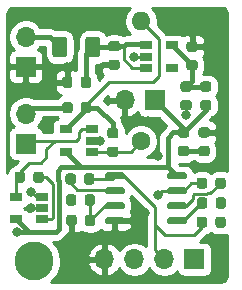
<source format=gbr>
%TF.GenerationSoftware,KiCad,Pcbnew,(5.1.6)-1*%
%TF.CreationDate,2020-11-25T11:03:50+08:00*%
%TF.ProjectId,BCG_Piezo_Integrated_V1.0,4243475f-5069-4657-9a6f-5f496e746567,rev?*%
%TF.SameCoordinates,Original*%
%TF.FileFunction,Copper,L1,Top*%
%TF.FilePolarity,Positive*%
%FSLAX46Y46*%
G04 Gerber Fmt 4.6, Leading zero omitted, Abs format (unit mm)*
G04 Created by KiCad (PCBNEW (5.1.6)-1) date 2020-11-25 11:03:50*
%MOMM*%
%LPD*%
G01*
G04 APERTURE LIST*
%TA.AperFunction,ComponentPad*%
%ADD10O,1.600000X1.600000*%
%TD*%
%TA.AperFunction,ComponentPad*%
%ADD11C,1.600000*%
%TD*%
%TA.AperFunction,SMDPad,CuDef*%
%ADD12R,1.060000X0.650000*%
%TD*%
%TA.AperFunction,ComponentPad*%
%ADD13O,1.700000X1.700000*%
%TD*%
%TA.AperFunction,ComponentPad*%
%ADD14R,1.700000X1.700000*%
%TD*%
%TA.AperFunction,ViaPad*%
%ADD15C,3.300000*%
%TD*%
%TA.AperFunction,ViaPad*%
%ADD16C,0.800000*%
%TD*%
%TA.AperFunction,Conductor*%
%ADD17C,0.254000*%
%TD*%
%TA.AperFunction,Conductor*%
%ADD18C,0.381000*%
%TD*%
G04 APERTURE END LIST*
D10*
%TO.P,R13,2*%
%TO.N,Net-(C7-Pad2)*%
X171069000Y-130911600D03*
D11*
%TO.P,R13,1*%
%TO.N,/charge_out*%
X171069000Y-141071600D03*
%TD*%
D12*
%TO.P,U4,5*%
%TO.N,+3V3*%
X164685800Y-141970800D03*
%TO.P,U4,4*%
%TO.N,Net-(C7-Pad2)*%
X164685800Y-140070800D03*
%TO.P,U4,3*%
%TO.N,+1V5*%
X166885800Y-140070800D03*
%TO.P,U4,2*%
%TO.N,GND*%
X166885800Y-141020800D03*
%TO.P,U4,1*%
%TO.N,/charge_out*%
X166885800Y-141970800D03*
%TD*%
%TO.P,U2,5*%
%TO.N,+3V3*%
X160487000Y-147696000D03*
%TO.P,U2,4*%
%TO.N,+1V5*%
X160487000Y-145796000D03*
%TO.P,U2,3*%
%TO.N,Net-(R1-Pad1)*%
X162687000Y-145796000D03*
%TO.P,U2,2*%
%TO.N,GND*%
X162687000Y-146746000D03*
%TO.P,U2,1*%
%TO.N,Net-(R3-Pad2)*%
X162687000Y-147696000D03*
%TD*%
%TO.P,U1,5*%
%TO.N,Net-(C3-Pad1)*%
X173726200Y-132958800D03*
%TO.P,U1,4*%
%TO.N,Net-(U1-Pad4)*%
X173726200Y-134858800D03*
%TO.P,U1,3*%
%TO.N,+BATT*%
X171526200Y-134858800D03*
%TO.P,U1,2*%
%TO.N,GND*%
X171526200Y-133908800D03*
%TO.P,U1,1*%
%TO.N,+BATT*%
X171526200Y-132958800D03*
%TD*%
%TO.P,R8,2*%
%TO.N,/piezoP*%
%TA.AperFunction,SMDPad,CuDef*%
G36*
G01*
X165283400Y-137970550D02*
X165283400Y-138483050D01*
G75*
G02*
X165064650Y-138701800I-218750J0D01*
G01*
X164627150Y-138701800D01*
G75*
G02*
X164408400Y-138483050I0J218750D01*
G01*
X164408400Y-137970550D01*
G75*
G02*
X164627150Y-137751800I218750J0D01*
G01*
X165064650Y-137751800D01*
G75*
G02*
X165283400Y-137970550I0J-218750D01*
G01*
G37*
%TD.AperFunction*%
%TO.P,R8,1*%
%TO.N,Net-(C7-Pad2)*%
%TA.AperFunction,SMDPad,CuDef*%
G36*
G01*
X166858400Y-137970550D02*
X166858400Y-138483050D01*
G75*
G02*
X166639650Y-138701800I-218750J0D01*
G01*
X166202150Y-138701800D01*
G75*
G02*
X165983400Y-138483050I0J218750D01*
G01*
X165983400Y-137970550D01*
G75*
G02*
X166202150Y-137751800I218750J0D01*
G01*
X166639650Y-137751800D01*
G75*
G02*
X166858400Y-137970550I0J-218750D01*
G01*
G37*
%TD.AperFunction*%
%TD*%
%TO.P,R3,2*%
%TO.N,Net-(R3-Pad2)*%
%TA.AperFunction,SMDPad,CuDef*%
G36*
G01*
X161944700Y-144375850D02*
X161944700Y-143863350D01*
G75*
G02*
X162163450Y-143644600I218750J0D01*
G01*
X162600950Y-143644600D01*
G75*
G02*
X162819700Y-143863350I0J-218750D01*
G01*
X162819700Y-144375850D01*
G75*
G02*
X162600950Y-144594600I-218750J0D01*
G01*
X162163450Y-144594600D01*
G75*
G02*
X161944700Y-144375850I0J218750D01*
G01*
G37*
%TD.AperFunction*%
%TO.P,R3,1*%
%TO.N,+1V5*%
%TA.AperFunction,SMDPad,CuDef*%
G36*
G01*
X160369700Y-144375850D02*
X160369700Y-143863350D01*
G75*
G02*
X160588450Y-143644600I218750J0D01*
G01*
X161025950Y-143644600D01*
G75*
G02*
X161244700Y-143863350I0J-218750D01*
G01*
X161244700Y-144375850D01*
G75*
G02*
X161025950Y-144594600I-218750J0D01*
G01*
X160588450Y-144594600D01*
G75*
G02*
X160369700Y-144375850I0J218750D01*
G01*
G37*
%TD.AperFunction*%
%TD*%
D13*
%TO.P,J3,2*%
%TO.N,/piezoP*%
X161315400Y-138734800D03*
D14*
%TO.P,J3,1*%
%TO.N,+1V5*%
X161315400Y-141274800D03*
%TD*%
D13*
%TO.P,J1,2*%
%TO.N,Net-(F1-Pad2)*%
X161315400Y-132232400D03*
D14*
%TO.P,J1,1*%
%TO.N,GND*%
X161315400Y-134772400D03*
%TD*%
%TO.P,F1,2*%
%TO.N,Net-(F1-Pad2)*%
%TA.AperFunction,SMDPad,CuDef*%
G36*
G01*
X164807600Y-132471000D02*
X164807600Y-133721000D01*
G75*
G02*
X164557600Y-133971000I-250000J0D01*
G01*
X163807600Y-133971000D01*
G75*
G02*
X163557600Y-133721000I0J250000D01*
G01*
X163557600Y-132471000D01*
G75*
G02*
X163807600Y-132221000I250000J0D01*
G01*
X164557600Y-132221000D01*
G75*
G02*
X164807600Y-132471000I0J-250000D01*
G01*
G37*
%TD.AperFunction*%
%TO.P,F1,1*%
%TO.N,+BATT*%
%TA.AperFunction,SMDPad,CuDef*%
G36*
G01*
X167607600Y-132471000D02*
X167607600Y-133721000D01*
G75*
G02*
X167357600Y-133971000I-250000J0D01*
G01*
X166607600Y-133971000D01*
G75*
G02*
X166357600Y-133721000I0J250000D01*
G01*
X166357600Y-132471000D01*
G75*
G02*
X166607600Y-132221000I250000J0D01*
G01*
X167357600Y-132221000D01*
G75*
G02*
X167607600Y-132471000I0J-250000D01*
G01*
G37*
%TD.AperFunction*%
%TD*%
%TO.P,C7,2*%
%TO.N,Net-(C7-Pad2)*%
%TA.AperFunction,SMDPad,CuDef*%
G36*
G01*
X168937650Y-140823200D02*
X168425150Y-140823200D01*
G75*
G02*
X168206400Y-140604450I0J218750D01*
G01*
X168206400Y-140166950D01*
G75*
G02*
X168425150Y-139948200I218750J0D01*
G01*
X168937650Y-139948200D01*
G75*
G02*
X169156400Y-140166950I0J-218750D01*
G01*
X169156400Y-140604450D01*
G75*
G02*
X168937650Y-140823200I-218750J0D01*
G01*
G37*
%TD.AperFunction*%
%TO.P,C7,1*%
%TO.N,/charge_out*%
%TA.AperFunction,SMDPad,CuDef*%
G36*
G01*
X168937650Y-142398200D02*
X168425150Y-142398200D01*
G75*
G02*
X168206400Y-142179450I0J218750D01*
G01*
X168206400Y-141741950D01*
G75*
G02*
X168425150Y-141523200I218750J0D01*
G01*
X168937650Y-141523200D01*
G75*
G02*
X169156400Y-141741950I0J-218750D01*
G01*
X169156400Y-142179450D01*
G75*
G02*
X168937650Y-142398200I-218750J0D01*
G01*
G37*
%TD.AperFunction*%
%TD*%
%TO.P,C4,2*%
%TO.N,GND*%
%TA.AperFunction,SMDPad,CuDef*%
G36*
G01*
X175643250Y-133508000D02*
X175130750Y-133508000D01*
G75*
G02*
X174912000Y-133289250I0J218750D01*
G01*
X174912000Y-132851750D01*
G75*
G02*
X175130750Y-132633000I218750J0D01*
G01*
X175643250Y-132633000D01*
G75*
G02*
X175862000Y-132851750I0J-218750D01*
G01*
X175862000Y-133289250D01*
G75*
G02*
X175643250Y-133508000I-218750J0D01*
G01*
G37*
%TD.AperFunction*%
%TO.P,C4,1*%
%TO.N,Net-(C3-Pad1)*%
%TA.AperFunction,SMDPad,CuDef*%
G36*
G01*
X175643250Y-135083000D02*
X175130750Y-135083000D01*
G75*
G02*
X174912000Y-134864250I0J218750D01*
G01*
X174912000Y-134426750D01*
G75*
G02*
X175130750Y-134208000I218750J0D01*
G01*
X175643250Y-134208000D01*
G75*
G02*
X175862000Y-134426750I0J-218750D01*
G01*
X175862000Y-134864250D01*
G75*
G02*
X175643250Y-135083000I-218750J0D01*
G01*
G37*
%TD.AperFunction*%
%TD*%
%TO.P,C3,2*%
%TO.N,GND*%
%TA.AperFunction,SMDPad,CuDef*%
G36*
G01*
X174622750Y-137586100D02*
X175135250Y-137586100D01*
G75*
G02*
X175354000Y-137804850I0J-218750D01*
G01*
X175354000Y-138242350D01*
G75*
G02*
X175135250Y-138461100I-218750J0D01*
G01*
X174622750Y-138461100D01*
G75*
G02*
X174404000Y-138242350I0J218750D01*
G01*
X174404000Y-137804850D01*
G75*
G02*
X174622750Y-137586100I218750J0D01*
G01*
G37*
%TD.AperFunction*%
%TO.P,C3,1*%
%TO.N,Net-(C3-Pad1)*%
%TA.AperFunction,SMDPad,CuDef*%
G36*
G01*
X174622750Y-136011100D02*
X175135250Y-136011100D01*
G75*
G02*
X175354000Y-136229850I0J-218750D01*
G01*
X175354000Y-136667350D01*
G75*
G02*
X175135250Y-136886100I-218750J0D01*
G01*
X174622750Y-136886100D01*
G75*
G02*
X174404000Y-136667350I0J218750D01*
G01*
X174404000Y-136229850D01*
G75*
G02*
X174622750Y-136011100I218750J0D01*
G01*
G37*
%TD.AperFunction*%
%TD*%
%TO.P,C2,2*%
%TO.N,GND*%
%TA.AperFunction,SMDPad,CuDef*%
G36*
G01*
X168526750Y-134157200D02*
X169039250Y-134157200D01*
G75*
G02*
X169258000Y-134375950I0J-218750D01*
G01*
X169258000Y-134813450D01*
G75*
G02*
X169039250Y-135032200I-218750J0D01*
G01*
X168526750Y-135032200D01*
G75*
G02*
X168308000Y-134813450I0J218750D01*
G01*
X168308000Y-134375950D01*
G75*
G02*
X168526750Y-134157200I218750J0D01*
G01*
G37*
%TD.AperFunction*%
%TO.P,C2,1*%
%TO.N,+BATT*%
%TA.AperFunction,SMDPad,CuDef*%
G36*
G01*
X168526750Y-132582200D02*
X169039250Y-132582200D01*
G75*
G02*
X169258000Y-132800950I0J-218750D01*
G01*
X169258000Y-133238450D01*
G75*
G02*
X169039250Y-133457200I-218750J0D01*
G01*
X168526750Y-133457200D01*
G75*
G02*
X168308000Y-133238450I0J218750D01*
G01*
X168308000Y-132800950D01*
G75*
G02*
X168526750Y-132582200I218750J0D01*
G01*
G37*
%TD.AperFunction*%
%TD*%
%TO.P,C1,2*%
%TO.N,GND*%
%TA.AperFunction,SMDPad,CuDef*%
G36*
G01*
X165258100Y-135836950D02*
X165258100Y-136349450D01*
G75*
G02*
X165039350Y-136568200I-218750J0D01*
G01*
X164601850Y-136568200D01*
G75*
G02*
X164383100Y-136349450I0J218750D01*
G01*
X164383100Y-135836950D01*
G75*
G02*
X164601850Y-135618200I218750J0D01*
G01*
X165039350Y-135618200D01*
G75*
G02*
X165258100Y-135836950I0J-218750D01*
G01*
G37*
%TD.AperFunction*%
%TO.P,C1,1*%
%TO.N,+BATT*%
%TA.AperFunction,SMDPad,CuDef*%
G36*
G01*
X166833100Y-135836950D02*
X166833100Y-136349450D01*
G75*
G02*
X166614350Y-136568200I-218750J0D01*
G01*
X166176850Y-136568200D01*
G75*
G02*
X165958100Y-136349450I0J218750D01*
G01*
X165958100Y-135836950D01*
G75*
G02*
X166176850Y-135618200I218750J0D01*
G01*
X166614350Y-135618200D01*
G75*
G02*
X166833100Y-135836950I0J-218750D01*
G01*
G37*
%TD.AperFunction*%
%TD*%
%TO.P,U3,8*%
%TO.N,+3V3*%
%TA.AperFunction,SMDPad,CuDef*%
G36*
G01*
X173275400Y-144142600D02*
X173275400Y-143842600D01*
G75*
G02*
X173425400Y-143692600I150000J0D01*
G01*
X174775400Y-143692600D01*
G75*
G02*
X174925400Y-143842600I0J-150000D01*
G01*
X174925400Y-144142600D01*
G75*
G02*
X174775400Y-144292600I-150000J0D01*
G01*
X173425400Y-144292600D01*
G75*
G02*
X173275400Y-144142600I0J150000D01*
G01*
G37*
%TD.AperFunction*%
%TO.P,U3,7*%
%TO.N,/out*%
%TA.AperFunction,SMDPad,CuDef*%
G36*
G01*
X173275400Y-145412600D02*
X173275400Y-145112600D01*
G75*
G02*
X173425400Y-144962600I150000J0D01*
G01*
X174775400Y-144962600D01*
G75*
G02*
X174925400Y-145112600I0J-150000D01*
G01*
X174925400Y-145412600D01*
G75*
G02*
X174775400Y-145562600I-150000J0D01*
G01*
X173425400Y-145562600D01*
G75*
G02*
X173275400Y-145412600I0J150000D01*
G01*
G37*
%TD.AperFunction*%
%TO.P,U3,6*%
%TO.N,Net-(R12-Pad1)*%
%TA.AperFunction,SMDPad,CuDef*%
G36*
G01*
X173275400Y-146682600D02*
X173275400Y-146382600D01*
G75*
G02*
X173425400Y-146232600I150000J0D01*
G01*
X174775400Y-146232600D01*
G75*
G02*
X174925400Y-146382600I0J-150000D01*
G01*
X174925400Y-146682600D01*
G75*
G02*
X174775400Y-146832600I-150000J0D01*
G01*
X173425400Y-146832600D01*
G75*
G02*
X173275400Y-146682600I0J150000D01*
G01*
G37*
%TD.AperFunction*%
%TO.P,U3,5*%
%TO.N,Net-(C6-Pad2)*%
%TA.AperFunction,SMDPad,CuDef*%
G36*
G01*
X173275400Y-147952600D02*
X173275400Y-147652600D01*
G75*
G02*
X173425400Y-147502600I150000J0D01*
G01*
X174775400Y-147502600D01*
G75*
G02*
X174925400Y-147652600I0J-150000D01*
G01*
X174925400Y-147952600D01*
G75*
G02*
X174775400Y-148102600I-150000J0D01*
G01*
X173425400Y-148102600D01*
G75*
G02*
X173275400Y-147952600I0J150000D01*
G01*
G37*
%TD.AperFunction*%
%TO.P,U3,4*%
%TO.N,GND*%
%TA.AperFunction,SMDPad,CuDef*%
G36*
G01*
X168025400Y-147952600D02*
X168025400Y-147652600D01*
G75*
G02*
X168175400Y-147502600I150000J0D01*
G01*
X169525400Y-147502600D01*
G75*
G02*
X169675400Y-147652600I0J-150000D01*
G01*
X169675400Y-147952600D01*
G75*
G02*
X169525400Y-148102600I-150000J0D01*
G01*
X168175400Y-148102600D01*
G75*
G02*
X168025400Y-147952600I0J150000D01*
G01*
G37*
%TD.AperFunction*%
%TO.P,U3,3*%
%TO.N,Net-(C5-Pad2)*%
%TA.AperFunction,SMDPad,CuDef*%
G36*
G01*
X168025400Y-146682600D02*
X168025400Y-146382600D01*
G75*
G02*
X168175400Y-146232600I150000J0D01*
G01*
X169525400Y-146232600D01*
G75*
G02*
X169675400Y-146382600I0J-150000D01*
G01*
X169675400Y-146682600D01*
G75*
G02*
X169525400Y-146832600I-150000J0D01*
G01*
X168175400Y-146832600D01*
G75*
G02*
X168025400Y-146682600I0J150000D01*
G01*
G37*
%TD.AperFunction*%
%TO.P,U3,2*%
%TO.N,Net-(R11-Pad1)*%
%TA.AperFunction,SMDPad,CuDef*%
G36*
G01*
X168025400Y-145412600D02*
X168025400Y-145112600D01*
G75*
G02*
X168175400Y-144962600I150000J0D01*
G01*
X169525400Y-144962600D01*
G75*
G02*
X169675400Y-145112600I0J-150000D01*
G01*
X169675400Y-145412600D01*
G75*
G02*
X169525400Y-145562600I-150000J0D01*
G01*
X168175400Y-145562600D01*
G75*
G02*
X168025400Y-145412600I0J150000D01*
G01*
G37*
%TD.AperFunction*%
%TO.P,U3,1*%
%TO.N,/filtered_out*%
%TA.AperFunction,SMDPad,CuDef*%
G36*
G01*
X168025400Y-144142600D02*
X168025400Y-143842600D01*
G75*
G02*
X168175400Y-143692600I150000J0D01*
G01*
X169525400Y-143692600D01*
G75*
G02*
X169675400Y-143842600I0J-150000D01*
G01*
X169675400Y-144142600D01*
G75*
G02*
X169525400Y-144292600I-150000J0D01*
G01*
X168175400Y-144292600D01*
G75*
G02*
X168025400Y-144142600I0J150000D01*
G01*
G37*
%TD.AperFunction*%
%TD*%
%TO.P,R15,2*%
%TO.N,Net-(R12-Pad1)*%
%TA.AperFunction,SMDPad,CuDef*%
G36*
G01*
X177362600Y-144883850D02*
X177362600Y-144371350D01*
G75*
G02*
X177581350Y-144152600I218750J0D01*
G01*
X178018850Y-144152600D01*
G75*
G02*
X178237600Y-144371350I0J-218750D01*
G01*
X178237600Y-144883850D01*
G75*
G02*
X178018850Y-145102600I-218750J0D01*
G01*
X177581350Y-145102600D01*
G75*
G02*
X177362600Y-144883850I0J218750D01*
G01*
G37*
%TD.AperFunction*%
%TO.P,R15,1*%
%TO.N,/out*%
%TA.AperFunction,SMDPad,CuDef*%
G36*
G01*
X175787600Y-144883850D02*
X175787600Y-144371350D01*
G75*
G02*
X176006350Y-144152600I218750J0D01*
G01*
X176443850Y-144152600D01*
G75*
G02*
X176662600Y-144371350I0J-218750D01*
G01*
X176662600Y-144883850D01*
G75*
G02*
X176443850Y-145102600I-218750J0D01*
G01*
X176006350Y-145102600D01*
G75*
G02*
X175787600Y-144883850I0J218750D01*
G01*
G37*
%TD.AperFunction*%
%TD*%
%TO.P,R14,2*%
%TO.N,Net-(R11-Pad1)*%
%TA.AperFunction,SMDPad,CuDef*%
G36*
G01*
X165537400Y-144015750D02*
X165537400Y-144528250D01*
G75*
G02*
X165318650Y-144747000I-218750J0D01*
G01*
X164881150Y-144747000D01*
G75*
G02*
X164662400Y-144528250I0J218750D01*
G01*
X164662400Y-144015750D01*
G75*
G02*
X164881150Y-143797000I218750J0D01*
G01*
X165318650Y-143797000D01*
G75*
G02*
X165537400Y-144015750I0J-218750D01*
G01*
G37*
%TD.AperFunction*%
%TO.P,R14,1*%
%TO.N,/filtered_out*%
%TA.AperFunction,SMDPad,CuDef*%
G36*
G01*
X167112400Y-144015750D02*
X167112400Y-144528250D01*
G75*
G02*
X166893650Y-144747000I-218750J0D01*
G01*
X166456150Y-144747000D01*
G75*
G02*
X166237400Y-144528250I0J218750D01*
G01*
X166237400Y-144015750D01*
G75*
G02*
X166456150Y-143797000I218750J0D01*
G01*
X166893650Y-143797000D01*
G75*
G02*
X167112400Y-144015750I0J-218750D01*
G01*
G37*
%TD.AperFunction*%
%TD*%
%TO.P,R9,2*%
%TO.N,Net-(R6-Pad1)*%
%TA.AperFunction,SMDPad,CuDef*%
G36*
G01*
X165588200Y-145793750D02*
X165588200Y-146306250D01*
G75*
G02*
X165369450Y-146525000I-218750J0D01*
G01*
X164931950Y-146525000D01*
G75*
G02*
X164713200Y-146306250I0J218750D01*
G01*
X164713200Y-145793750D01*
G75*
G02*
X164931950Y-145575000I218750J0D01*
G01*
X165369450Y-145575000D01*
G75*
G02*
X165588200Y-145793750I0J-218750D01*
G01*
G37*
%TD.AperFunction*%
%TO.P,R9,1*%
%TO.N,Net-(C5-Pad2)*%
%TA.AperFunction,SMDPad,CuDef*%
G36*
G01*
X167163200Y-145793750D02*
X167163200Y-146306250D01*
G75*
G02*
X166944450Y-146525000I-218750J0D01*
G01*
X166506950Y-146525000D01*
G75*
G02*
X166288200Y-146306250I0J218750D01*
G01*
X166288200Y-145793750D01*
G75*
G02*
X166506950Y-145575000I218750J0D01*
G01*
X166944450Y-145575000D01*
G75*
G02*
X167163200Y-145793750I0J-218750D01*
G01*
G37*
%TD.AperFunction*%
%TD*%
%TO.P,R7,2*%
%TO.N,/filtered_out*%
%TA.AperFunction,SMDPad,CuDef*%
G36*
G01*
X176662600Y-147673350D02*
X176662600Y-148185850D01*
G75*
G02*
X176443850Y-148404600I-218750J0D01*
G01*
X176006350Y-148404600D01*
G75*
G02*
X175787600Y-148185850I0J218750D01*
G01*
X175787600Y-147673350D01*
G75*
G02*
X176006350Y-147454600I218750J0D01*
G01*
X176443850Y-147454600D01*
G75*
G02*
X176662600Y-147673350I0J-218750D01*
G01*
G37*
%TD.AperFunction*%
%TO.P,R7,1*%
%TO.N,Net-(R10-Pad2)*%
%TA.AperFunction,SMDPad,CuDef*%
G36*
G01*
X178237600Y-147673350D02*
X178237600Y-148185850D01*
G75*
G02*
X178018850Y-148404600I-218750J0D01*
G01*
X177581350Y-148404600D01*
G75*
G02*
X177362600Y-148185850I0J218750D01*
G01*
X177362600Y-147673350D01*
G75*
G02*
X177581350Y-147454600I218750J0D01*
G01*
X178018850Y-147454600D01*
G75*
G02*
X178237600Y-147673350I0J-218750D01*
G01*
G37*
%TD.AperFunction*%
%TD*%
%TO.P,R5,2*%
%TO.N,+3V3*%
%TA.AperFunction,SMDPad,CuDef*%
G36*
G01*
X174932050Y-140772400D02*
X174419550Y-140772400D01*
G75*
G02*
X174200800Y-140553650I0J218750D01*
G01*
X174200800Y-140116150D01*
G75*
G02*
X174419550Y-139897400I218750J0D01*
G01*
X174932050Y-139897400D01*
G75*
G02*
X175150800Y-140116150I0J-218750D01*
G01*
X175150800Y-140553650D01*
G75*
G02*
X174932050Y-140772400I-218750J0D01*
G01*
G37*
%TD.AperFunction*%
%TO.P,R5,1*%
%TO.N,Net-(D1-Pad2)*%
%TA.AperFunction,SMDPad,CuDef*%
G36*
G01*
X174932050Y-142347400D02*
X174419550Y-142347400D01*
G75*
G02*
X174200800Y-142128650I0J218750D01*
G01*
X174200800Y-141691150D01*
G75*
G02*
X174419550Y-141472400I218750J0D01*
G01*
X174932050Y-141472400D01*
G75*
G02*
X175150800Y-141691150I0J-218750D01*
G01*
X175150800Y-142128650D01*
G75*
G02*
X174932050Y-142347400I-218750J0D01*
G01*
G37*
%TD.AperFunction*%
%TD*%
%TO.P,R4,2*%
%TO.N,Net-(C3-Pad1)*%
%TA.AperFunction,SMDPad,CuDef*%
G36*
G01*
X176811650Y-136886100D02*
X176299150Y-136886100D01*
G75*
G02*
X176080400Y-136667350I0J218750D01*
G01*
X176080400Y-136229850D01*
G75*
G02*
X176299150Y-136011100I218750J0D01*
G01*
X176811650Y-136011100D01*
G75*
G02*
X177030400Y-136229850I0J-218750D01*
G01*
X177030400Y-136667350D01*
G75*
G02*
X176811650Y-136886100I-218750J0D01*
G01*
G37*
%TD.AperFunction*%
%TO.P,R4,1*%
%TO.N,+3V3*%
%TA.AperFunction,SMDPad,CuDef*%
G36*
G01*
X176811650Y-138461100D02*
X176299150Y-138461100D01*
G75*
G02*
X176080400Y-138242350I0J218750D01*
G01*
X176080400Y-137804850D01*
G75*
G02*
X176299150Y-137586100I218750J0D01*
G01*
X176811650Y-137586100D01*
G75*
G02*
X177030400Y-137804850I0J-218750D01*
G01*
X177030400Y-138242350D01*
G75*
G02*
X176811650Y-138461100I-218750J0D01*
G01*
G37*
%TD.AperFunction*%
%TD*%
D13*
%TO.P,J4,4*%
%TO.N,GND*%
X167970200Y-151079200D03*
%TO.P,J4,3*%
%TO.N,/charge_out*%
X170510200Y-151079200D03*
%TO.P,J4,2*%
%TO.N,/filtered_out*%
X173050200Y-151079200D03*
D14*
%TO.P,J4,1*%
%TO.N,/out*%
X175590200Y-151079200D03*
%TD*%
D13*
%TO.P,J2,2*%
%TO.N,GND*%
X169697400Y-137617200D03*
D14*
%TO.P,J2,1*%
%TO.N,+3V3*%
X172237400Y-137617200D03*
%TD*%
%TO.P,D1,2*%
%TO.N,Net-(D1-Pad2)*%
%TA.AperFunction,SMDPad,CuDef*%
G36*
G01*
X176146750Y-141472400D02*
X176659250Y-141472400D01*
G75*
G02*
X176878000Y-141691150I0J-218750D01*
G01*
X176878000Y-142128650D01*
G75*
G02*
X176659250Y-142347400I-218750J0D01*
G01*
X176146750Y-142347400D01*
G75*
G02*
X175928000Y-142128650I0J218750D01*
G01*
X175928000Y-141691150D01*
G75*
G02*
X176146750Y-141472400I218750J0D01*
G01*
G37*
%TD.AperFunction*%
%TO.P,D1,1*%
%TO.N,GND*%
%TA.AperFunction,SMDPad,CuDef*%
G36*
G01*
X176146750Y-139897400D02*
X176659250Y-139897400D01*
G75*
G02*
X176878000Y-140116150I0J-218750D01*
G01*
X176878000Y-140553650D01*
G75*
G02*
X176659250Y-140772400I-218750J0D01*
G01*
X176146750Y-140772400D01*
G75*
G02*
X175928000Y-140553650I0J218750D01*
G01*
X175928000Y-140116150D01*
G75*
G02*
X176146750Y-139897400I218750J0D01*
G01*
G37*
%TD.AperFunction*%
%TD*%
%TO.P,C6,2*%
%TO.N,Net-(C6-Pad2)*%
%TA.AperFunction,SMDPad,CuDef*%
G36*
G01*
X176688100Y-146047750D02*
X176688100Y-146560250D01*
G75*
G02*
X176469350Y-146779000I-218750J0D01*
G01*
X176031850Y-146779000D01*
G75*
G02*
X175813100Y-146560250I0J218750D01*
G01*
X175813100Y-146047750D01*
G75*
G02*
X176031850Y-145829000I218750J0D01*
G01*
X176469350Y-145829000D01*
G75*
G02*
X176688100Y-146047750I0J-218750D01*
G01*
G37*
%TD.AperFunction*%
%TO.P,C6,1*%
%TO.N,GND*%
%TA.AperFunction,SMDPad,CuDef*%
G36*
G01*
X178263100Y-146047750D02*
X178263100Y-146560250D01*
G75*
G02*
X178044350Y-146779000I-218750J0D01*
G01*
X177606850Y-146779000D01*
G75*
G02*
X177388100Y-146560250I0J218750D01*
G01*
X177388100Y-146047750D01*
G75*
G02*
X177606850Y-145829000I218750J0D01*
G01*
X178044350Y-145829000D01*
G75*
G02*
X178263100Y-146047750I0J-218750D01*
G01*
G37*
%TD.AperFunction*%
%TD*%
%TO.P,C5,2*%
%TO.N,Net-(C5-Pad2)*%
%TA.AperFunction,SMDPad,CuDef*%
G36*
G01*
X166313500Y-148033450D02*
X166313500Y-147520950D01*
G75*
G02*
X166532250Y-147302200I218750J0D01*
G01*
X166969750Y-147302200D01*
G75*
G02*
X167188500Y-147520950I0J-218750D01*
G01*
X167188500Y-148033450D01*
G75*
G02*
X166969750Y-148252200I-218750J0D01*
G01*
X166532250Y-148252200D01*
G75*
G02*
X166313500Y-148033450I0J218750D01*
G01*
G37*
%TD.AperFunction*%
%TO.P,C5,1*%
%TO.N,GND*%
%TA.AperFunction,SMDPad,CuDef*%
G36*
G01*
X164738500Y-148033450D02*
X164738500Y-147520950D01*
G75*
G02*
X164957250Y-147302200I218750J0D01*
G01*
X165394750Y-147302200D01*
G75*
G02*
X165613500Y-147520950I0J-218750D01*
G01*
X165613500Y-148033450D01*
G75*
G02*
X165394750Y-148252200I-218750J0D01*
G01*
X164957250Y-148252200D01*
G75*
G02*
X164738500Y-148033450I0J218750D01*
G01*
G37*
%TD.AperFunction*%
%TD*%
D15*
%TO.N,*%
X161975800Y-151231600D03*
D16*
%TO.N,GND*%
X177825400Y-146304000D03*
X161772600Y-146761200D03*
X168783000Y-134620000D03*
X164871400Y-149606000D03*
X165227000Y-151638000D03*
X177774600Y-140411200D03*
X174879000Y-138887200D03*
X170459400Y-133908800D03*
X167563800Y-141020800D03*
X163449000Y-130708400D03*
X165531800Y-130708400D03*
X168021000Y-130657600D03*
X173609000Y-130657600D03*
X175742600Y-130606800D03*
X177673000Y-130657600D03*
X177723800Y-132638800D03*
X177876200Y-134924800D03*
X163195000Y-139496800D03*
X160604200Y-136855200D03*
X162534600Y-136804400D03*
X163195000Y-135128000D03*
X170205400Y-139344400D03*
X171678600Y-139395200D03*
X172542200Y-142290800D03*
X171424600Y-147167600D03*
X166395400Y-149352000D03*
X168630600Y-149301200D03*
X164820600Y-134772400D03*
%TO.N,Net-(R10-Pad2)*%
X177825400Y-147929600D03*
%TO.N,Net-(R6-Pad1)*%
X165176200Y-146050000D03*
%TO.N,+3V3*%
X160553400Y-148793200D03*
%TO.N,Net-(R1-Pad1)*%
X161772600Y-145338800D03*
%TO.N,Net-(C6-Pad2)*%
X176250600Y-146304000D03*
%TO.N,/out*%
X172491400Y-145592800D03*
%TO.N,Net-(R11-Pad1)*%
X165099900Y-144272000D03*
%TO.N,Net-(R12-Pad1)*%
X177800100Y-144627600D03*
%TD*%
D17*
%TO.N,GND*%
X174879000Y-139090400D02*
X174879000Y-138023600D01*
X170408600Y-133908800D02*
X170357800Y-133959600D01*
X171526200Y-133908800D02*
X170408600Y-133908800D01*
X161787800Y-146746000D02*
X161772600Y-146761200D01*
X162687000Y-146746000D02*
X161787800Y-146746000D01*
X166885800Y-141020800D02*
X167563800Y-141020800D01*
D18*
%TO.N,+BATT*%
X169163900Y-133096000D02*
X169240200Y-133019700D01*
X166982600Y-133096000D02*
X169163900Y-133096000D01*
X169240200Y-133019700D02*
X169621300Y-133019700D01*
X169621300Y-133019700D02*
X169783800Y-132857200D01*
X168783000Y-133019700D02*
X168859100Y-133019700D01*
X166395600Y-133683000D02*
X166982600Y-133096000D01*
X166395600Y-136093200D02*
X166395600Y-133683000D01*
X171424600Y-132857200D02*
X171526200Y-132958800D01*
X169783800Y-132857200D02*
X171424600Y-132857200D01*
D17*
X170333438Y-134858800D02*
X171526200Y-134858800D01*
X169621300Y-134146662D02*
X170333438Y-134858800D01*
X169621300Y-133019700D02*
X169621300Y-134146662D01*
D18*
%TO.N,+3V3*%
X176555400Y-138023600D02*
X176555400Y-138430000D01*
X175742600Y-139268100D02*
X174675800Y-140334900D01*
X174675800Y-140055600D02*
X172237400Y-137617200D01*
X174675800Y-140334900D02*
X174675800Y-140055600D01*
X174675800Y-140334900D02*
X173786900Y-140334900D01*
X173786900Y-140334900D02*
X173355000Y-140766800D01*
X173355000Y-143247200D02*
X174100400Y-143992600D01*
X173355000Y-140766800D02*
X173355000Y-143247200D01*
X165962200Y-143247200D02*
X164685800Y-141970800D01*
X173355000Y-143247200D02*
X165962200Y-143247200D01*
X161584200Y-148793200D02*
X160487000Y-147696000D01*
X163855400Y-148793200D02*
X161584200Y-148793200D01*
X164109400Y-148539200D02*
X163855400Y-148793200D01*
X164321400Y-143247200D02*
X164007800Y-143560800D01*
X165962200Y-143247200D02*
X164321400Y-143247200D01*
X164007800Y-144352931D02*
X164109400Y-144454531D01*
X164007800Y-143560800D02*
X164007800Y-144352931D01*
X164109400Y-144454531D02*
X164109400Y-148539200D01*
X161584200Y-148793200D02*
X160553400Y-148793200D01*
X160553400Y-148793200D02*
X160502600Y-148742400D01*
X175742600Y-139242800D02*
X176555400Y-138430000D01*
X175742600Y-139268100D02*
X175742600Y-139242800D01*
D17*
%TO.N,/charge_out*%
X168671300Y-141970800D02*
X168681400Y-141960700D01*
X166885800Y-141970800D02*
X168671300Y-141970800D01*
X170179900Y-141960700D02*
X171069000Y-141071600D01*
X168681400Y-141960700D02*
X170179900Y-141960700D01*
X170510200Y-151079200D02*
X170510200Y-151231600D01*
%TO.N,Net-(C5-Pad2)*%
X166725700Y-147751900D02*
X166751000Y-147777200D01*
X166725700Y-146050000D02*
X166725700Y-147751900D01*
X167995600Y-146532600D02*
X168850400Y-146532600D01*
X166751000Y-147777200D02*
X167995600Y-146532600D01*
%TO.N,Net-(C6-Pad2)*%
X174100400Y-147802600D02*
X174650400Y-147802600D01*
X176149000Y-146304000D02*
X176250600Y-146304000D01*
X174650400Y-147802600D02*
X176149000Y-146304000D01*
X176250600Y-146304000D02*
X176250600Y-146304000D01*
D18*
%TO.N,Net-(F1-Pad2)*%
X163319000Y-132232400D02*
X164182600Y-133096000D01*
X161315400Y-132232400D02*
X163319000Y-132232400D01*
%TO.N,/piezoP*%
X161823400Y-138226800D02*
X161315400Y-138734800D01*
X164845900Y-138226800D02*
X161823400Y-138226800D01*
D17*
%TO.N,+1V5*%
X166101800Y-140070800D02*
X165836600Y-140336000D01*
X166885800Y-140070800D02*
X166101800Y-140070800D01*
X165836600Y-140336000D02*
X165836600Y-140766800D01*
X165836600Y-140766800D02*
X165582600Y-141020800D01*
X161569400Y-141020800D02*
X161315400Y-141274800D01*
X160487000Y-144439800D02*
X160807200Y-144119600D01*
X160487000Y-145796000D02*
X160487000Y-144439800D01*
X160807200Y-144119600D02*
X160807200Y-143713400D01*
X160807200Y-143713400D02*
X161620200Y-142900400D01*
X161620200Y-142900400D02*
X162585400Y-142900400D01*
X162585400Y-142900400D02*
X163042600Y-142443200D01*
X163042600Y-141732000D02*
X163753800Y-141020800D01*
X163042600Y-142443200D02*
X163042600Y-141732000D01*
X165582600Y-141020800D02*
X163753800Y-141020800D01*
X163753800Y-141020800D02*
X161569400Y-141020800D01*
%TO.N,Net-(R1-Pad1)*%
X162229800Y-145796000D02*
X161772600Y-145338800D01*
X162687000Y-145796000D02*
X162229800Y-145796000D01*
%TO.N,Net-(R3-Pad2)*%
X163471000Y-147696000D02*
X163591890Y-147575110D01*
X162687000Y-147696000D02*
X163471000Y-147696000D01*
X163591890Y-147575110D02*
X163591890Y-144668890D01*
X163042600Y-144119600D02*
X162382200Y-144119600D01*
X163591890Y-144668890D02*
X163042600Y-144119600D01*
D18*
%TO.N,Net-(C3-Pad1)*%
X173598700Y-132857200D02*
X175387000Y-134645500D01*
X175387000Y-135940600D02*
X174879000Y-136448600D01*
X175387000Y-134645500D02*
X175387000Y-135940600D01*
X174879000Y-136448600D02*
X176555400Y-136448600D01*
%TO.N,Net-(C7-Pad2)*%
X166420900Y-138335700D02*
X164685800Y-140070800D01*
X166420900Y-138226800D02*
X166420900Y-138335700D01*
X166420900Y-138226800D02*
X167360600Y-138226800D01*
X168681400Y-139547600D02*
X168681400Y-140385700D01*
X167360600Y-138226800D02*
X168681400Y-139547600D01*
D17*
X172593000Y-132435600D02*
X171069000Y-130911600D01*
X166420900Y-137998100D02*
X168325800Y-136093200D01*
X168325800Y-136093200D02*
X172085000Y-136093200D01*
X166420900Y-138226800D02*
X166420900Y-137998100D01*
X172085000Y-136093200D02*
X172593000Y-135585200D01*
X172593000Y-135585200D02*
X172593000Y-132435600D01*
D18*
%TO.N,Net-(D1-Pad2)*%
X176403000Y-141909900D02*
X174675800Y-141909900D01*
D17*
%TO.N,/filtered_out*%
X168571000Y-144272000D02*
X168850400Y-143992600D01*
X166674900Y-144272000D02*
X168571000Y-144272000D01*
X172237400Y-150266400D02*
X173050200Y-151079200D01*
X172288200Y-146659600D02*
X172237400Y-146710400D01*
X168850400Y-143992600D02*
X169621200Y-143992600D01*
X169621200Y-143992600D02*
X172288200Y-146659600D01*
X176225100Y-147929600D02*
X176225100Y-148361500D01*
X176225100Y-148361500D02*
X175539400Y-149047200D01*
X175539400Y-149047200D02*
X173101000Y-149047200D01*
X172237400Y-146710400D02*
X172237400Y-148183600D01*
X173101000Y-149047200D02*
X172237400Y-148183600D01*
X172237400Y-148183600D02*
X172237400Y-150266400D01*
%TO.N,/out*%
X174100400Y-145262600D02*
X174701200Y-145262600D01*
X175336200Y-144627600D02*
X176225100Y-144627600D01*
X174701200Y-145262600D02*
X175336200Y-144627600D01*
X172821600Y-145262600D02*
X172491400Y-145592800D01*
X174100400Y-145262600D02*
X172821600Y-145262600D01*
%TO.N,Net-(R11-Pad1)*%
X165099900Y-144272000D02*
X165099900Y-144272000D01*
X165099900Y-144602100D02*
X165684200Y-145186400D01*
X168774200Y-145186400D02*
X168850400Y-145262600D01*
X165684200Y-145186400D02*
X168774200Y-145186400D01*
X165099900Y-144272000D02*
X165099900Y-144602100D01*
%TO.N,Net-(R12-Pad1)*%
X174100400Y-146532600D02*
X174904400Y-146532600D01*
X174904400Y-146532600D02*
X175437800Y-145999200D01*
X175437800Y-145999200D02*
X175437800Y-145643600D01*
X175579410Y-145501990D02*
X176667790Y-145501990D01*
X175437800Y-145643600D02*
X175579410Y-145501990D01*
X176667790Y-145501990D02*
X176678580Y-145491200D01*
X176936500Y-145491200D02*
X177800100Y-144627600D01*
X176678580Y-145491200D02*
X176936500Y-145491200D01*
X177800100Y-144627600D02*
X177800100Y-144627600D01*
%TD*%
%TO.N,GND*%
G36*
X171475400Y-146924430D02*
G01*
X171475401Y-148146167D01*
X171471714Y-148183600D01*
X171475400Y-148221024D01*
X171475401Y-149944294D01*
X171456832Y-149925725D01*
X171213611Y-149763210D01*
X170943358Y-149651268D01*
X170656460Y-149594200D01*
X170363940Y-149594200D01*
X170077042Y-149651268D01*
X169806789Y-149763210D01*
X169563568Y-149925725D01*
X169356725Y-150132568D01*
X169235005Y-150314734D01*
X169165378Y-150197845D01*
X168970469Y-149981612D01*
X168737120Y-149807559D01*
X168474299Y-149682375D01*
X168327090Y-149637724D01*
X168097200Y-149759045D01*
X168097200Y-150952200D01*
X168117200Y-150952200D01*
X168117200Y-151206200D01*
X168097200Y-151206200D01*
X168097200Y-152399355D01*
X168327090Y-152520676D01*
X168474299Y-152476025D01*
X168737120Y-152350841D01*
X168970469Y-152176788D01*
X169165378Y-151960555D01*
X169235005Y-151843666D01*
X169356725Y-152025832D01*
X169563568Y-152232675D01*
X169806789Y-152395190D01*
X170077042Y-152507132D01*
X170363940Y-152564200D01*
X170656460Y-152564200D01*
X170943358Y-152507132D01*
X171213611Y-152395190D01*
X171456832Y-152232675D01*
X171663675Y-152025832D01*
X171780200Y-151851440D01*
X171896725Y-152025832D01*
X172103568Y-152232675D01*
X172346789Y-152395190D01*
X172617042Y-152507132D01*
X172903940Y-152564200D01*
X173196460Y-152564200D01*
X173483358Y-152507132D01*
X173753611Y-152395190D01*
X173996832Y-152232675D01*
X174128687Y-152100820D01*
X174150698Y-152173380D01*
X174209663Y-152283694D01*
X174289015Y-152380385D01*
X174385706Y-152459737D01*
X174496020Y-152518702D01*
X174615718Y-152555012D01*
X174740200Y-152567272D01*
X176440200Y-152567272D01*
X176564682Y-152555012D01*
X176684380Y-152518702D01*
X176794694Y-152459737D01*
X176891385Y-152380385D01*
X176970737Y-152283694D01*
X177029702Y-152173380D01*
X177066012Y-152053682D01*
X177078272Y-151929200D01*
X177078272Y-150229200D01*
X177066012Y-150104718D01*
X177029702Y-149985020D01*
X176970737Y-149874706D01*
X176891385Y-149778015D01*
X176794694Y-149698663D01*
X176684380Y-149639698D01*
X176564682Y-149603388D01*
X176440200Y-149591128D01*
X176077768Y-149591128D01*
X176080822Y-149588622D01*
X176104683Y-149559547D01*
X176649786Y-149014445D01*
X176771742Y-148977450D01*
X176919875Y-148898271D01*
X177012600Y-148822174D01*
X177105325Y-148898271D01*
X177253458Y-148977450D01*
X177414192Y-149026208D01*
X177581350Y-149042672D01*
X178018850Y-149042672D01*
X178186008Y-149026208D01*
X178333801Y-148981376D01*
X178333801Y-152469309D01*
X178321980Y-152589865D01*
X178296345Y-152674775D01*
X178254709Y-152753079D01*
X178198654Y-152821809D01*
X178130315Y-152878344D01*
X178052302Y-152920526D01*
X177967573Y-152946754D01*
X177849158Y-152959200D01*
X163479678Y-152959200D01*
X163750675Y-152688203D01*
X164000741Y-152313953D01*
X164172989Y-151898110D01*
X164260800Y-151456653D01*
X164260800Y-151436091D01*
X166528719Y-151436091D01*
X166626043Y-151710452D01*
X166775022Y-151960555D01*
X166969931Y-152176788D01*
X167203280Y-152350841D01*
X167466101Y-152476025D01*
X167613310Y-152520676D01*
X167843200Y-152399355D01*
X167843200Y-151206200D01*
X166649386Y-151206200D01*
X166528719Y-151436091D01*
X164260800Y-151436091D01*
X164260800Y-151006547D01*
X164204262Y-150722309D01*
X166528719Y-150722309D01*
X166649386Y-150952200D01*
X167843200Y-150952200D01*
X167843200Y-149759045D01*
X167613310Y-149637724D01*
X167466101Y-149682375D01*
X167203280Y-149807559D01*
X166969931Y-149981612D01*
X166775022Y-150197845D01*
X166626043Y-150447948D01*
X166528719Y-150722309D01*
X164204262Y-150722309D01*
X164172989Y-150565090D01*
X164000741Y-150149247D01*
X163750675Y-149774997D01*
X163594378Y-149618700D01*
X163814850Y-149618700D01*
X163855400Y-149622694D01*
X163895950Y-149618700D01*
X163895953Y-149618700D01*
X164017226Y-149606756D01*
X164172834Y-149559553D01*
X164316242Y-149482899D01*
X164441941Y-149379741D01*
X164467798Y-149348234D01*
X164664434Y-149151598D01*
X164695941Y-149125741D01*
X164799099Y-149000042D01*
X164859078Y-148887831D01*
X164890250Y-148887200D01*
X165049000Y-148728450D01*
X165049000Y-147904200D01*
X165029000Y-147904200D01*
X165029000Y-147650200D01*
X165049000Y-147650200D01*
X165049000Y-147630200D01*
X165303000Y-147630200D01*
X165303000Y-147650200D01*
X165323000Y-147650200D01*
X165323000Y-147904200D01*
X165303000Y-147904200D01*
X165303000Y-148728450D01*
X165461750Y-148887200D01*
X165613500Y-148890272D01*
X165737982Y-148878012D01*
X165857680Y-148841702D01*
X165967994Y-148782737D01*
X166034570Y-148728100D01*
X166056225Y-148745871D01*
X166204358Y-148825050D01*
X166365092Y-148873808D01*
X166532250Y-148890272D01*
X166969750Y-148890272D01*
X167136908Y-148873808D01*
X167297642Y-148825050D01*
X167445775Y-148745871D01*
X167575615Y-148639315D01*
X167616995Y-148588893D01*
X167670906Y-148633137D01*
X167781220Y-148692102D01*
X167900918Y-148728412D01*
X168025400Y-148740672D01*
X168564650Y-148737600D01*
X168723400Y-148578850D01*
X168723400Y-147929600D01*
X168977400Y-147929600D01*
X168977400Y-148578850D01*
X169136150Y-148737600D01*
X169675400Y-148740672D01*
X169799882Y-148728412D01*
X169919580Y-148692102D01*
X170029894Y-148633137D01*
X170126585Y-148553785D01*
X170205937Y-148457094D01*
X170264902Y-148346780D01*
X170301212Y-148227082D01*
X170313472Y-148102600D01*
X170310400Y-148088350D01*
X170151650Y-147929600D01*
X168977400Y-147929600D01*
X168723400Y-147929600D01*
X168703400Y-147929600D01*
X168703400Y-147675600D01*
X168723400Y-147675600D01*
X168723400Y-147655600D01*
X168977400Y-147655600D01*
X168977400Y-147675600D01*
X170151650Y-147675600D01*
X170310400Y-147516850D01*
X170313472Y-147502600D01*
X170301212Y-147378118D01*
X170264902Y-147258420D01*
X170205937Y-147148106D01*
X170181670Y-147118536D01*
X170253484Y-146984182D01*
X170298329Y-146836345D01*
X170313472Y-146682600D01*
X170313472Y-146382600D01*
X170298329Y-146228855D01*
X170253484Y-146081018D01*
X170180658Y-145944771D01*
X170141946Y-145897600D01*
X170180658Y-145850429D01*
X170253484Y-145714182D01*
X170256200Y-145705230D01*
X171475400Y-146924430D01*
G37*
X171475400Y-146924430D02*
X171475401Y-148146167D01*
X171471714Y-148183600D01*
X171475400Y-148221024D01*
X171475401Y-149944294D01*
X171456832Y-149925725D01*
X171213611Y-149763210D01*
X170943358Y-149651268D01*
X170656460Y-149594200D01*
X170363940Y-149594200D01*
X170077042Y-149651268D01*
X169806789Y-149763210D01*
X169563568Y-149925725D01*
X169356725Y-150132568D01*
X169235005Y-150314734D01*
X169165378Y-150197845D01*
X168970469Y-149981612D01*
X168737120Y-149807559D01*
X168474299Y-149682375D01*
X168327090Y-149637724D01*
X168097200Y-149759045D01*
X168097200Y-150952200D01*
X168117200Y-150952200D01*
X168117200Y-151206200D01*
X168097200Y-151206200D01*
X168097200Y-152399355D01*
X168327090Y-152520676D01*
X168474299Y-152476025D01*
X168737120Y-152350841D01*
X168970469Y-152176788D01*
X169165378Y-151960555D01*
X169235005Y-151843666D01*
X169356725Y-152025832D01*
X169563568Y-152232675D01*
X169806789Y-152395190D01*
X170077042Y-152507132D01*
X170363940Y-152564200D01*
X170656460Y-152564200D01*
X170943358Y-152507132D01*
X171213611Y-152395190D01*
X171456832Y-152232675D01*
X171663675Y-152025832D01*
X171780200Y-151851440D01*
X171896725Y-152025832D01*
X172103568Y-152232675D01*
X172346789Y-152395190D01*
X172617042Y-152507132D01*
X172903940Y-152564200D01*
X173196460Y-152564200D01*
X173483358Y-152507132D01*
X173753611Y-152395190D01*
X173996832Y-152232675D01*
X174128687Y-152100820D01*
X174150698Y-152173380D01*
X174209663Y-152283694D01*
X174289015Y-152380385D01*
X174385706Y-152459737D01*
X174496020Y-152518702D01*
X174615718Y-152555012D01*
X174740200Y-152567272D01*
X176440200Y-152567272D01*
X176564682Y-152555012D01*
X176684380Y-152518702D01*
X176794694Y-152459737D01*
X176891385Y-152380385D01*
X176970737Y-152283694D01*
X177029702Y-152173380D01*
X177066012Y-152053682D01*
X177078272Y-151929200D01*
X177078272Y-150229200D01*
X177066012Y-150104718D01*
X177029702Y-149985020D01*
X176970737Y-149874706D01*
X176891385Y-149778015D01*
X176794694Y-149698663D01*
X176684380Y-149639698D01*
X176564682Y-149603388D01*
X176440200Y-149591128D01*
X176077768Y-149591128D01*
X176080822Y-149588622D01*
X176104683Y-149559547D01*
X176649786Y-149014445D01*
X176771742Y-148977450D01*
X176919875Y-148898271D01*
X177012600Y-148822174D01*
X177105325Y-148898271D01*
X177253458Y-148977450D01*
X177414192Y-149026208D01*
X177581350Y-149042672D01*
X178018850Y-149042672D01*
X178186008Y-149026208D01*
X178333801Y-148981376D01*
X178333801Y-152469309D01*
X178321980Y-152589865D01*
X178296345Y-152674775D01*
X178254709Y-152753079D01*
X178198654Y-152821809D01*
X178130315Y-152878344D01*
X178052302Y-152920526D01*
X177967573Y-152946754D01*
X177849158Y-152959200D01*
X163479678Y-152959200D01*
X163750675Y-152688203D01*
X164000741Y-152313953D01*
X164172989Y-151898110D01*
X164260800Y-151456653D01*
X164260800Y-151436091D01*
X166528719Y-151436091D01*
X166626043Y-151710452D01*
X166775022Y-151960555D01*
X166969931Y-152176788D01*
X167203280Y-152350841D01*
X167466101Y-152476025D01*
X167613310Y-152520676D01*
X167843200Y-152399355D01*
X167843200Y-151206200D01*
X166649386Y-151206200D01*
X166528719Y-151436091D01*
X164260800Y-151436091D01*
X164260800Y-151006547D01*
X164204262Y-150722309D01*
X166528719Y-150722309D01*
X166649386Y-150952200D01*
X167843200Y-150952200D01*
X167843200Y-149759045D01*
X167613310Y-149637724D01*
X167466101Y-149682375D01*
X167203280Y-149807559D01*
X166969931Y-149981612D01*
X166775022Y-150197845D01*
X166626043Y-150447948D01*
X166528719Y-150722309D01*
X164204262Y-150722309D01*
X164172989Y-150565090D01*
X164000741Y-150149247D01*
X163750675Y-149774997D01*
X163594378Y-149618700D01*
X163814850Y-149618700D01*
X163855400Y-149622694D01*
X163895950Y-149618700D01*
X163895953Y-149618700D01*
X164017226Y-149606756D01*
X164172834Y-149559553D01*
X164316242Y-149482899D01*
X164441941Y-149379741D01*
X164467798Y-149348234D01*
X164664434Y-149151598D01*
X164695941Y-149125741D01*
X164799099Y-149000042D01*
X164859078Y-148887831D01*
X164890250Y-148887200D01*
X165049000Y-148728450D01*
X165049000Y-147904200D01*
X165029000Y-147904200D01*
X165029000Y-147650200D01*
X165049000Y-147650200D01*
X165049000Y-147630200D01*
X165303000Y-147630200D01*
X165303000Y-147650200D01*
X165323000Y-147650200D01*
X165323000Y-147904200D01*
X165303000Y-147904200D01*
X165303000Y-148728450D01*
X165461750Y-148887200D01*
X165613500Y-148890272D01*
X165737982Y-148878012D01*
X165857680Y-148841702D01*
X165967994Y-148782737D01*
X166034570Y-148728100D01*
X166056225Y-148745871D01*
X166204358Y-148825050D01*
X166365092Y-148873808D01*
X166532250Y-148890272D01*
X166969750Y-148890272D01*
X167136908Y-148873808D01*
X167297642Y-148825050D01*
X167445775Y-148745871D01*
X167575615Y-148639315D01*
X167616995Y-148588893D01*
X167670906Y-148633137D01*
X167781220Y-148692102D01*
X167900918Y-148728412D01*
X168025400Y-148740672D01*
X168564650Y-148737600D01*
X168723400Y-148578850D01*
X168723400Y-147929600D01*
X168977400Y-147929600D01*
X168977400Y-148578850D01*
X169136150Y-148737600D01*
X169675400Y-148740672D01*
X169799882Y-148728412D01*
X169919580Y-148692102D01*
X170029894Y-148633137D01*
X170126585Y-148553785D01*
X170205937Y-148457094D01*
X170264902Y-148346780D01*
X170301212Y-148227082D01*
X170313472Y-148102600D01*
X170310400Y-148088350D01*
X170151650Y-147929600D01*
X168977400Y-147929600D01*
X168723400Y-147929600D01*
X168703400Y-147929600D01*
X168703400Y-147675600D01*
X168723400Y-147675600D01*
X168723400Y-147655600D01*
X168977400Y-147655600D01*
X168977400Y-147675600D01*
X170151650Y-147675600D01*
X170310400Y-147516850D01*
X170313472Y-147502600D01*
X170301212Y-147378118D01*
X170264902Y-147258420D01*
X170205937Y-147148106D01*
X170181670Y-147118536D01*
X170253484Y-146984182D01*
X170298329Y-146836345D01*
X170313472Y-146682600D01*
X170313472Y-146382600D01*
X170298329Y-146228855D01*
X170253484Y-146081018D01*
X170180658Y-145944771D01*
X170141946Y-145897600D01*
X170180658Y-145850429D01*
X170253484Y-145714182D01*
X170256200Y-145705230D01*
X171475400Y-146924430D01*
G36*
X161680750Y-146619000D02*
G01*
X161762859Y-146619000D01*
X161802506Y-146651537D01*
X161912820Y-146710502D01*
X162029841Y-146746000D01*
X161912820Y-146781498D01*
X161802506Y-146840463D01*
X161762859Y-146873000D01*
X161680750Y-146873000D01*
X161542897Y-147010853D01*
X161468185Y-146919815D01*
X161371494Y-146840463D01*
X161261180Y-146781498D01*
X161144159Y-146746000D01*
X161261180Y-146710502D01*
X161371494Y-146651537D01*
X161468185Y-146572185D01*
X161542897Y-146481147D01*
X161680750Y-146619000D01*
G37*
X161680750Y-146619000D02*
X161762859Y-146619000D01*
X161802506Y-146651537D01*
X161912820Y-146710502D01*
X162029841Y-146746000D01*
X161912820Y-146781498D01*
X161802506Y-146840463D01*
X161762859Y-146873000D01*
X161680750Y-146873000D01*
X161542897Y-147010853D01*
X161468185Y-146919815D01*
X161371494Y-146840463D01*
X161261180Y-146781498D01*
X161144159Y-146746000D01*
X161261180Y-146710502D01*
X161371494Y-146651537D01*
X161468185Y-146572185D01*
X161542897Y-146481147D01*
X161680750Y-146619000D01*
G36*
X177952600Y-146177000D02*
G01*
X177972600Y-146177000D01*
X177972600Y-146431000D01*
X177952600Y-146431000D01*
X177952600Y-146451000D01*
X177698600Y-146451000D01*
X177698600Y-146431000D01*
X177678600Y-146431000D01*
X177678600Y-146177000D01*
X177698600Y-146177000D01*
X177698600Y-146157000D01*
X177952600Y-146157000D01*
X177952600Y-146177000D01*
G37*
X177952600Y-146177000D02*
X177972600Y-146177000D01*
X177972600Y-146431000D01*
X177952600Y-146431000D01*
X177952600Y-146451000D01*
X177698600Y-146451000D01*
X177698600Y-146431000D01*
X177678600Y-146431000D01*
X177678600Y-146177000D01*
X177698600Y-146177000D01*
X177698600Y-146157000D01*
X177952600Y-146157000D01*
X177952600Y-146177000D01*
G36*
X170154241Y-129796963D02*
G01*
X169954363Y-129996841D01*
X169797320Y-130231873D01*
X169689147Y-130493026D01*
X169634000Y-130770265D01*
X169634000Y-131052935D01*
X169689147Y-131330174D01*
X169797320Y-131591327D01*
X169954363Y-131826359D01*
X170154241Y-132026237D01*
X170162417Y-132031700D01*
X169824350Y-132031700D01*
X169783800Y-132027706D01*
X169743249Y-132031700D01*
X169743247Y-132031700D01*
X169621974Y-132043644D01*
X169500334Y-132080543D01*
X169367142Y-132009350D01*
X169206408Y-131960592D01*
X169039250Y-131944128D01*
X168526750Y-131944128D01*
X168359592Y-131960592D01*
X168198858Y-132009350D01*
X168132054Y-132045057D01*
X168096005Y-131977614D01*
X167985562Y-131843038D01*
X167850986Y-131732595D01*
X167697450Y-131650528D01*
X167530854Y-131599992D01*
X167357600Y-131582928D01*
X166607600Y-131582928D01*
X166434346Y-131599992D01*
X166267750Y-131650528D01*
X166114214Y-131732595D01*
X165979638Y-131843038D01*
X165869195Y-131977614D01*
X165787128Y-132131150D01*
X165736592Y-132297746D01*
X165719528Y-132471000D01*
X165719528Y-133205554D01*
X165705901Y-133222158D01*
X165629247Y-133365567D01*
X165582045Y-133521174D01*
X165566106Y-133683000D01*
X165570101Y-133723560D01*
X165570100Y-135064949D01*
X165502280Y-135028698D01*
X165382582Y-134992388D01*
X165258100Y-134980128D01*
X165106350Y-134983200D01*
X164947600Y-135141950D01*
X164947600Y-135966200D01*
X164967600Y-135966200D01*
X164967600Y-136220200D01*
X164947600Y-136220200D01*
X164947600Y-136240200D01*
X164693600Y-136240200D01*
X164693600Y-136220200D01*
X163906850Y-136220200D01*
X163748100Y-136378950D01*
X163745028Y-136568200D01*
X163757288Y-136692682D01*
X163793598Y-136812380D01*
X163852563Y-136922694D01*
X163931915Y-137019385D01*
X164028606Y-137098737D01*
X164138920Y-137157702D01*
X164258618Y-137194012D01*
X164269140Y-137195048D01*
X164151125Y-137258129D01*
X164021285Y-137364685D01*
X163991236Y-137401300D01*
X161976538Y-137401300D01*
X161748558Y-137306868D01*
X161461660Y-137249800D01*
X161169140Y-137249800D01*
X160882242Y-137306868D01*
X160611989Y-137418810D01*
X160368768Y-137581325D01*
X160161925Y-137788168D01*
X159999410Y-138031389D01*
X159887468Y-138301642D01*
X159830400Y-138588540D01*
X159830400Y-138881060D01*
X159887468Y-139167958D01*
X159999410Y-139438211D01*
X160161925Y-139681432D01*
X160293780Y-139813287D01*
X160221220Y-139835298D01*
X160110906Y-139894263D01*
X160014215Y-139973615D01*
X159934863Y-140070306D01*
X159875898Y-140180620D01*
X159839588Y-140300318D01*
X159827328Y-140424800D01*
X159827328Y-142124800D01*
X159839588Y-142249282D01*
X159875898Y-142368980D01*
X159934863Y-142479294D01*
X160014215Y-142575985D01*
X160110906Y-142655337D01*
X160221220Y-142714302D01*
X160340918Y-142750612D01*
X160465400Y-142762872D01*
X160680098Y-142762872D01*
X160419406Y-143023564D01*
X160260558Y-143071750D01*
X160112425Y-143150929D01*
X159982585Y-143257485D01*
X159876029Y-143387325D01*
X159796850Y-143535458D01*
X159748092Y-143696192D01*
X159740653Y-143771720D01*
X159741075Y-135622400D01*
X159827328Y-135622400D01*
X159839588Y-135746882D01*
X159875898Y-135866580D01*
X159934863Y-135976894D01*
X160014215Y-136073585D01*
X160110906Y-136152937D01*
X160221220Y-136211902D01*
X160340918Y-136248212D01*
X160465400Y-136260472D01*
X161029650Y-136257400D01*
X161188400Y-136098650D01*
X161188400Y-134899400D01*
X161442400Y-134899400D01*
X161442400Y-136098650D01*
X161601150Y-136257400D01*
X162165400Y-136260472D01*
X162289882Y-136248212D01*
X162409580Y-136211902D01*
X162519894Y-136152937D01*
X162616585Y-136073585D01*
X162695937Y-135976894D01*
X162754902Y-135866580D01*
X162791212Y-135746882D01*
X162803472Y-135622400D01*
X162803450Y-135618200D01*
X163745028Y-135618200D01*
X163748100Y-135807450D01*
X163906850Y-135966200D01*
X164693600Y-135966200D01*
X164693600Y-135141950D01*
X164534850Y-134983200D01*
X164383100Y-134980128D01*
X164258618Y-134992388D01*
X164138920Y-135028698D01*
X164028606Y-135087663D01*
X163931915Y-135167015D01*
X163852563Y-135263706D01*
X163793598Y-135374020D01*
X163757288Y-135493718D01*
X163745028Y-135618200D01*
X162803450Y-135618200D01*
X162800400Y-135058150D01*
X162641650Y-134899400D01*
X161442400Y-134899400D01*
X161188400Y-134899400D01*
X159989150Y-134899400D01*
X159830400Y-135058150D01*
X159827328Y-135622400D01*
X159741075Y-135622400D01*
X159741163Y-133922400D01*
X159827328Y-133922400D01*
X159830400Y-134486650D01*
X159989150Y-134645400D01*
X161188400Y-134645400D01*
X161188400Y-134625400D01*
X161442400Y-134625400D01*
X161442400Y-134645400D01*
X162641650Y-134645400D01*
X162800400Y-134486650D01*
X162803472Y-133922400D01*
X162791212Y-133797918D01*
X162754902Y-133678220D01*
X162695937Y-133567906D01*
X162616585Y-133471215D01*
X162519894Y-133391863D01*
X162409580Y-133332898D01*
X162337020Y-133310887D01*
X162468875Y-133179032D01*
X162549813Y-133057900D01*
X162919528Y-133057900D01*
X162919528Y-133721000D01*
X162936592Y-133894254D01*
X162987128Y-134060850D01*
X163069195Y-134214386D01*
X163179638Y-134348962D01*
X163314214Y-134459405D01*
X163467750Y-134541472D01*
X163634346Y-134592008D01*
X163807600Y-134609072D01*
X164557600Y-134609072D01*
X164730854Y-134592008D01*
X164897450Y-134541472D01*
X165050986Y-134459405D01*
X165185562Y-134348962D01*
X165296005Y-134214386D01*
X165378072Y-134060850D01*
X165428608Y-133894254D01*
X165445672Y-133721000D01*
X165445672Y-132471000D01*
X165428608Y-132297746D01*
X165378072Y-132131150D01*
X165296005Y-131977614D01*
X165185562Y-131843038D01*
X165050986Y-131732595D01*
X164897450Y-131650528D01*
X164730854Y-131599992D01*
X164557600Y-131582928D01*
X163828859Y-131582928D01*
X163779842Y-131542701D01*
X163636434Y-131466047D01*
X163480826Y-131418844D01*
X163359553Y-131406900D01*
X163359550Y-131406900D01*
X163319000Y-131402906D01*
X163278450Y-131406900D01*
X162549813Y-131406900D01*
X162468875Y-131285768D01*
X162262032Y-131078925D01*
X162018811Y-130916410D01*
X161748558Y-130804468D01*
X161461660Y-130747400D01*
X161169140Y-130747400D01*
X160882242Y-130804468D01*
X160611989Y-130916410D01*
X160368768Y-131078925D01*
X160161925Y-131285768D01*
X159999410Y-131528989D01*
X159887468Y-131799242D01*
X159830400Y-132086140D01*
X159830400Y-132378660D01*
X159887468Y-132665558D01*
X159999410Y-132935811D01*
X160161925Y-133179032D01*
X160293780Y-133310887D01*
X160221220Y-133332898D01*
X160110906Y-133391863D01*
X160014215Y-133471215D01*
X159934863Y-133567906D01*
X159875898Y-133678220D01*
X159839588Y-133797918D01*
X159827328Y-133922400D01*
X159741163Y-133922400D01*
X159741351Y-130319247D01*
X159748472Y-130183264D01*
X159770224Y-130097286D01*
X159808262Y-130017168D01*
X159861139Y-129945962D01*
X159926839Y-129886383D01*
X160002858Y-129840702D01*
X160086302Y-129810655D01*
X160197486Y-129793835D01*
X160206464Y-129793600D01*
X170159274Y-129793600D01*
X170154241Y-129796963D01*
G37*
X170154241Y-129796963D02*
X169954363Y-129996841D01*
X169797320Y-130231873D01*
X169689147Y-130493026D01*
X169634000Y-130770265D01*
X169634000Y-131052935D01*
X169689147Y-131330174D01*
X169797320Y-131591327D01*
X169954363Y-131826359D01*
X170154241Y-132026237D01*
X170162417Y-132031700D01*
X169824350Y-132031700D01*
X169783800Y-132027706D01*
X169743249Y-132031700D01*
X169743247Y-132031700D01*
X169621974Y-132043644D01*
X169500334Y-132080543D01*
X169367142Y-132009350D01*
X169206408Y-131960592D01*
X169039250Y-131944128D01*
X168526750Y-131944128D01*
X168359592Y-131960592D01*
X168198858Y-132009350D01*
X168132054Y-132045057D01*
X168096005Y-131977614D01*
X167985562Y-131843038D01*
X167850986Y-131732595D01*
X167697450Y-131650528D01*
X167530854Y-131599992D01*
X167357600Y-131582928D01*
X166607600Y-131582928D01*
X166434346Y-131599992D01*
X166267750Y-131650528D01*
X166114214Y-131732595D01*
X165979638Y-131843038D01*
X165869195Y-131977614D01*
X165787128Y-132131150D01*
X165736592Y-132297746D01*
X165719528Y-132471000D01*
X165719528Y-133205554D01*
X165705901Y-133222158D01*
X165629247Y-133365567D01*
X165582045Y-133521174D01*
X165566106Y-133683000D01*
X165570101Y-133723560D01*
X165570100Y-135064949D01*
X165502280Y-135028698D01*
X165382582Y-134992388D01*
X165258100Y-134980128D01*
X165106350Y-134983200D01*
X164947600Y-135141950D01*
X164947600Y-135966200D01*
X164967600Y-135966200D01*
X164967600Y-136220200D01*
X164947600Y-136220200D01*
X164947600Y-136240200D01*
X164693600Y-136240200D01*
X164693600Y-136220200D01*
X163906850Y-136220200D01*
X163748100Y-136378950D01*
X163745028Y-136568200D01*
X163757288Y-136692682D01*
X163793598Y-136812380D01*
X163852563Y-136922694D01*
X163931915Y-137019385D01*
X164028606Y-137098737D01*
X164138920Y-137157702D01*
X164258618Y-137194012D01*
X164269140Y-137195048D01*
X164151125Y-137258129D01*
X164021285Y-137364685D01*
X163991236Y-137401300D01*
X161976538Y-137401300D01*
X161748558Y-137306868D01*
X161461660Y-137249800D01*
X161169140Y-137249800D01*
X160882242Y-137306868D01*
X160611989Y-137418810D01*
X160368768Y-137581325D01*
X160161925Y-137788168D01*
X159999410Y-138031389D01*
X159887468Y-138301642D01*
X159830400Y-138588540D01*
X159830400Y-138881060D01*
X159887468Y-139167958D01*
X159999410Y-139438211D01*
X160161925Y-139681432D01*
X160293780Y-139813287D01*
X160221220Y-139835298D01*
X160110906Y-139894263D01*
X160014215Y-139973615D01*
X159934863Y-140070306D01*
X159875898Y-140180620D01*
X159839588Y-140300318D01*
X159827328Y-140424800D01*
X159827328Y-142124800D01*
X159839588Y-142249282D01*
X159875898Y-142368980D01*
X159934863Y-142479294D01*
X160014215Y-142575985D01*
X160110906Y-142655337D01*
X160221220Y-142714302D01*
X160340918Y-142750612D01*
X160465400Y-142762872D01*
X160680098Y-142762872D01*
X160419406Y-143023564D01*
X160260558Y-143071750D01*
X160112425Y-143150929D01*
X159982585Y-143257485D01*
X159876029Y-143387325D01*
X159796850Y-143535458D01*
X159748092Y-143696192D01*
X159740653Y-143771720D01*
X159741075Y-135622400D01*
X159827328Y-135622400D01*
X159839588Y-135746882D01*
X159875898Y-135866580D01*
X159934863Y-135976894D01*
X160014215Y-136073585D01*
X160110906Y-136152937D01*
X160221220Y-136211902D01*
X160340918Y-136248212D01*
X160465400Y-136260472D01*
X161029650Y-136257400D01*
X161188400Y-136098650D01*
X161188400Y-134899400D01*
X161442400Y-134899400D01*
X161442400Y-136098650D01*
X161601150Y-136257400D01*
X162165400Y-136260472D01*
X162289882Y-136248212D01*
X162409580Y-136211902D01*
X162519894Y-136152937D01*
X162616585Y-136073585D01*
X162695937Y-135976894D01*
X162754902Y-135866580D01*
X162791212Y-135746882D01*
X162803472Y-135622400D01*
X162803450Y-135618200D01*
X163745028Y-135618200D01*
X163748100Y-135807450D01*
X163906850Y-135966200D01*
X164693600Y-135966200D01*
X164693600Y-135141950D01*
X164534850Y-134983200D01*
X164383100Y-134980128D01*
X164258618Y-134992388D01*
X164138920Y-135028698D01*
X164028606Y-135087663D01*
X163931915Y-135167015D01*
X163852563Y-135263706D01*
X163793598Y-135374020D01*
X163757288Y-135493718D01*
X163745028Y-135618200D01*
X162803450Y-135618200D01*
X162800400Y-135058150D01*
X162641650Y-134899400D01*
X161442400Y-134899400D01*
X161188400Y-134899400D01*
X159989150Y-134899400D01*
X159830400Y-135058150D01*
X159827328Y-135622400D01*
X159741075Y-135622400D01*
X159741163Y-133922400D01*
X159827328Y-133922400D01*
X159830400Y-134486650D01*
X159989150Y-134645400D01*
X161188400Y-134645400D01*
X161188400Y-134625400D01*
X161442400Y-134625400D01*
X161442400Y-134645400D01*
X162641650Y-134645400D01*
X162800400Y-134486650D01*
X162803472Y-133922400D01*
X162791212Y-133797918D01*
X162754902Y-133678220D01*
X162695937Y-133567906D01*
X162616585Y-133471215D01*
X162519894Y-133391863D01*
X162409580Y-133332898D01*
X162337020Y-133310887D01*
X162468875Y-133179032D01*
X162549813Y-133057900D01*
X162919528Y-133057900D01*
X162919528Y-133721000D01*
X162936592Y-133894254D01*
X162987128Y-134060850D01*
X163069195Y-134214386D01*
X163179638Y-134348962D01*
X163314214Y-134459405D01*
X163467750Y-134541472D01*
X163634346Y-134592008D01*
X163807600Y-134609072D01*
X164557600Y-134609072D01*
X164730854Y-134592008D01*
X164897450Y-134541472D01*
X165050986Y-134459405D01*
X165185562Y-134348962D01*
X165296005Y-134214386D01*
X165378072Y-134060850D01*
X165428608Y-133894254D01*
X165445672Y-133721000D01*
X165445672Y-132471000D01*
X165428608Y-132297746D01*
X165378072Y-132131150D01*
X165296005Y-131977614D01*
X165185562Y-131843038D01*
X165050986Y-131732595D01*
X164897450Y-131650528D01*
X164730854Y-131599992D01*
X164557600Y-131582928D01*
X163828859Y-131582928D01*
X163779842Y-131542701D01*
X163636434Y-131466047D01*
X163480826Y-131418844D01*
X163359553Y-131406900D01*
X163359550Y-131406900D01*
X163319000Y-131402906D01*
X163278450Y-131406900D01*
X162549813Y-131406900D01*
X162468875Y-131285768D01*
X162262032Y-131078925D01*
X162018811Y-130916410D01*
X161748558Y-130804468D01*
X161461660Y-130747400D01*
X161169140Y-130747400D01*
X160882242Y-130804468D01*
X160611989Y-130916410D01*
X160368768Y-131078925D01*
X160161925Y-131285768D01*
X159999410Y-131528989D01*
X159887468Y-131799242D01*
X159830400Y-132086140D01*
X159830400Y-132378660D01*
X159887468Y-132665558D01*
X159999410Y-132935811D01*
X160161925Y-133179032D01*
X160293780Y-133310887D01*
X160221220Y-133332898D01*
X160110906Y-133391863D01*
X160014215Y-133471215D01*
X159934863Y-133567906D01*
X159875898Y-133678220D01*
X159839588Y-133797918D01*
X159827328Y-133922400D01*
X159741163Y-133922400D01*
X159741351Y-130319247D01*
X159748472Y-130183264D01*
X159770224Y-130097286D01*
X159808262Y-130017168D01*
X159861139Y-129945962D01*
X159926839Y-129886383D01*
X160002858Y-129840702D01*
X160086302Y-129810655D01*
X160197486Y-129793835D01*
X160206464Y-129793600D01*
X170159274Y-129793600D01*
X170154241Y-129796963D01*
G36*
X178005400Y-129804452D02*
G01*
X178080814Y-129827221D01*
X178150368Y-129864203D01*
X178211414Y-129913992D01*
X178261629Y-129974691D01*
X178299097Y-130043986D01*
X178322392Y-130119239D01*
X178333800Y-130227784D01*
X178333801Y-143575824D01*
X178186008Y-143530992D01*
X178018850Y-143514528D01*
X177581350Y-143514528D01*
X177414192Y-143530992D01*
X177253458Y-143579750D01*
X177105325Y-143658929D01*
X177012600Y-143735026D01*
X176919875Y-143658929D01*
X176771742Y-143579750D01*
X176611008Y-143530992D01*
X176443850Y-143514528D01*
X176006350Y-143514528D01*
X175839192Y-143530992D01*
X175678458Y-143579750D01*
X175538006Y-143654823D01*
X175503484Y-143541018D01*
X175430658Y-143404771D01*
X175332651Y-143285349D01*
X175213229Y-143187342D01*
X175076982Y-143114516D01*
X174929145Y-143069671D01*
X174775400Y-143054528D01*
X174329761Y-143054528D01*
X174240692Y-142965459D01*
X174252392Y-142969008D01*
X174419550Y-142985472D01*
X174932050Y-142985472D01*
X175099208Y-142969008D01*
X175259942Y-142920250D01*
X175408075Y-142841071D01*
X175536837Y-142735400D01*
X175541963Y-142735400D01*
X175670725Y-142841071D01*
X175818858Y-142920250D01*
X175979592Y-142969008D01*
X176146750Y-142985472D01*
X176659250Y-142985472D01*
X176826408Y-142969008D01*
X176987142Y-142920250D01*
X177135275Y-142841071D01*
X177265115Y-142734515D01*
X177371671Y-142604675D01*
X177450850Y-142456542D01*
X177499608Y-142295808D01*
X177516072Y-142128650D01*
X177516072Y-141691150D01*
X177499608Y-141523992D01*
X177450850Y-141363258D01*
X177371671Y-141215125D01*
X177353900Y-141193470D01*
X177408537Y-141126894D01*
X177467502Y-141016580D01*
X177503812Y-140896882D01*
X177516072Y-140772400D01*
X177513000Y-140620650D01*
X177354250Y-140461900D01*
X176530000Y-140461900D01*
X176530000Y-140481900D01*
X176276000Y-140481900D01*
X176276000Y-140461900D01*
X176256000Y-140461900D01*
X176256000Y-140207900D01*
X176276000Y-140207900D01*
X176276000Y-140187900D01*
X176530000Y-140187900D01*
X176530000Y-140207900D01*
X177354250Y-140207900D01*
X177513000Y-140049150D01*
X177516072Y-139897400D01*
X177503812Y-139772918D01*
X177467502Y-139653220D01*
X177408537Y-139542906D01*
X177329185Y-139446215D01*
X177232494Y-139366863D01*
X177122180Y-139307898D01*
X177002482Y-139271588D01*
X176892115Y-139260718D01*
X177109889Y-139042945D01*
X177139542Y-139033950D01*
X177287675Y-138954771D01*
X177417515Y-138848215D01*
X177524071Y-138718375D01*
X177603250Y-138570242D01*
X177652008Y-138409508D01*
X177668472Y-138242350D01*
X177668472Y-137804850D01*
X177652008Y-137637692D01*
X177603250Y-137476958D01*
X177524071Y-137328825D01*
X177447974Y-137236100D01*
X177524071Y-137143375D01*
X177603250Y-136995242D01*
X177652008Y-136834508D01*
X177668472Y-136667350D01*
X177668472Y-136229850D01*
X177652008Y-136062692D01*
X177603250Y-135901958D01*
X177524071Y-135753825D01*
X177417515Y-135623985D01*
X177287675Y-135517429D01*
X177139542Y-135438250D01*
X176978808Y-135389492D01*
X176811650Y-135373028D01*
X176328792Y-135373028D01*
X176355671Y-135340275D01*
X176434850Y-135192142D01*
X176483608Y-135031408D01*
X176500072Y-134864250D01*
X176500072Y-134426750D01*
X176483608Y-134259592D01*
X176434850Y-134098858D01*
X176355671Y-133950725D01*
X176337900Y-133929070D01*
X176392537Y-133862494D01*
X176451502Y-133752180D01*
X176487812Y-133632482D01*
X176500072Y-133508000D01*
X176497000Y-133356250D01*
X176338250Y-133197500D01*
X175514000Y-133197500D01*
X175514000Y-133217500D01*
X175260000Y-133217500D01*
X175260000Y-133197500D01*
X175240000Y-133197500D01*
X175240000Y-132943500D01*
X175260000Y-132943500D01*
X175260000Y-132156750D01*
X175514000Y-132156750D01*
X175514000Y-132943500D01*
X176338250Y-132943500D01*
X176497000Y-132784750D01*
X176500072Y-132633000D01*
X176487812Y-132508518D01*
X176451502Y-132388820D01*
X176392537Y-132278506D01*
X176313185Y-132181815D01*
X176216494Y-132102463D01*
X176106180Y-132043498D01*
X175986482Y-132007188D01*
X175862000Y-131994928D01*
X175672750Y-131998000D01*
X175514000Y-132156750D01*
X175260000Y-132156750D01*
X175101250Y-131998000D01*
X174912000Y-131994928D01*
X174787518Y-132007188D01*
X174667820Y-132043498D01*
X174583352Y-132088648D01*
X174500380Y-132044298D01*
X174380682Y-132007988D01*
X174256200Y-131995728D01*
X173217762Y-131995728D01*
X173134422Y-131894178D01*
X173105352Y-131870321D01*
X172468157Y-131233127D01*
X172504000Y-131052935D01*
X172504000Y-130770265D01*
X172448853Y-130493026D01*
X172340680Y-130231873D01*
X172183637Y-129996841D01*
X171983759Y-129796963D01*
X171978726Y-129793600D01*
X177894721Y-129793600D01*
X178005400Y-129804452D01*
G37*
X178005400Y-129804452D02*
X178080814Y-129827221D01*
X178150368Y-129864203D01*
X178211414Y-129913992D01*
X178261629Y-129974691D01*
X178299097Y-130043986D01*
X178322392Y-130119239D01*
X178333800Y-130227784D01*
X178333801Y-143575824D01*
X178186008Y-143530992D01*
X178018850Y-143514528D01*
X177581350Y-143514528D01*
X177414192Y-143530992D01*
X177253458Y-143579750D01*
X177105325Y-143658929D01*
X177012600Y-143735026D01*
X176919875Y-143658929D01*
X176771742Y-143579750D01*
X176611008Y-143530992D01*
X176443850Y-143514528D01*
X176006350Y-143514528D01*
X175839192Y-143530992D01*
X175678458Y-143579750D01*
X175538006Y-143654823D01*
X175503484Y-143541018D01*
X175430658Y-143404771D01*
X175332651Y-143285349D01*
X175213229Y-143187342D01*
X175076982Y-143114516D01*
X174929145Y-143069671D01*
X174775400Y-143054528D01*
X174329761Y-143054528D01*
X174240692Y-142965459D01*
X174252392Y-142969008D01*
X174419550Y-142985472D01*
X174932050Y-142985472D01*
X175099208Y-142969008D01*
X175259942Y-142920250D01*
X175408075Y-142841071D01*
X175536837Y-142735400D01*
X175541963Y-142735400D01*
X175670725Y-142841071D01*
X175818858Y-142920250D01*
X175979592Y-142969008D01*
X176146750Y-142985472D01*
X176659250Y-142985472D01*
X176826408Y-142969008D01*
X176987142Y-142920250D01*
X177135275Y-142841071D01*
X177265115Y-142734515D01*
X177371671Y-142604675D01*
X177450850Y-142456542D01*
X177499608Y-142295808D01*
X177516072Y-142128650D01*
X177516072Y-141691150D01*
X177499608Y-141523992D01*
X177450850Y-141363258D01*
X177371671Y-141215125D01*
X177353900Y-141193470D01*
X177408537Y-141126894D01*
X177467502Y-141016580D01*
X177503812Y-140896882D01*
X177516072Y-140772400D01*
X177513000Y-140620650D01*
X177354250Y-140461900D01*
X176530000Y-140461900D01*
X176530000Y-140481900D01*
X176276000Y-140481900D01*
X176276000Y-140461900D01*
X176256000Y-140461900D01*
X176256000Y-140207900D01*
X176276000Y-140207900D01*
X176276000Y-140187900D01*
X176530000Y-140187900D01*
X176530000Y-140207900D01*
X177354250Y-140207900D01*
X177513000Y-140049150D01*
X177516072Y-139897400D01*
X177503812Y-139772918D01*
X177467502Y-139653220D01*
X177408537Y-139542906D01*
X177329185Y-139446215D01*
X177232494Y-139366863D01*
X177122180Y-139307898D01*
X177002482Y-139271588D01*
X176892115Y-139260718D01*
X177109889Y-139042945D01*
X177139542Y-139033950D01*
X177287675Y-138954771D01*
X177417515Y-138848215D01*
X177524071Y-138718375D01*
X177603250Y-138570242D01*
X177652008Y-138409508D01*
X177668472Y-138242350D01*
X177668472Y-137804850D01*
X177652008Y-137637692D01*
X177603250Y-137476958D01*
X177524071Y-137328825D01*
X177447974Y-137236100D01*
X177524071Y-137143375D01*
X177603250Y-136995242D01*
X177652008Y-136834508D01*
X177668472Y-136667350D01*
X177668472Y-136229850D01*
X177652008Y-136062692D01*
X177603250Y-135901958D01*
X177524071Y-135753825D01*
X177417515Y-135623985D01*
X177287675Y-135517429D01*
X177139542Y-135438250D01*
X176978808Y-135389492D01*
X176811650Y-135373028D01*
X176328792Y-135373028D01*
X176355671Y-135340275D01*
X176434850Y-135192142D01*
X176483608Y-135031408D01*
X176500072Y-134864250D01*
X176500072Y-134426750D01*
X176483608Y-134259592D01*
X176434850Y-134098858D01*
X176355671Y-133950725D01*
X176337900Y-133929070D01*
X176392537Y-133862494D01*
X176451502Y-133752180D01*
X176487812Y-133632482D01*
X176500072Y-133508000D01*
X176497000Y-133356250D01*
X176338250Y-133197500D01*
X175514000Y-133197500D01*
X175514000Y-133217500D01*
X175260000Y-133217500D01*
X175260000Y-133197500D01*
X175240000Y-133197500D01*
X175240000Y-132943500D01*
X175260000Y-132943500D01*
X175260000Y-132156750D01*
X175514000Y-132156750D01*
X175514000Y-132943500D01*
X176338250Y-132943500D01*
X176497000Y-132784750D01*
X176500072Y-132633000D01*
X176487812Y-132508518D01*
X176451502Y-132388820D01*
X176392537Y-132278506D01*
X176313185Y-132181815D01*
X176216494Y-132102463D01*
X176106180Y-132043498D01*
X175986482Y-132007188D01*
X175862000Y-131994928D01*
X175672750Y-131998000D01*
X175514000Y-132156750D01*
X175260000Y-132156750D01*
X175101250Y-131998000D01*
X174912000Y-131994928D01*
X174787518Y-132007188D01*
X174667820Y-132043498D01*
X174583352Y-132088648D01*
X174500380Y-132044298D01*
X174380682Y-132007988D01*
X174256200Y-131995728D01*
X173217762Y-131995728D01*
X173134422Y-131894178D01*
X173105352Y-131870321D01*
X172468157Y-131233127D01*
X172504000Y-131052935D01*
X172504000Y-130770265D01*
X172448853Y-130493026D01*
X172340680Y-130231873D01*
X172183637Y-129996841D01*
X171983759Y-129796963D01*
X171978726Y-129793600D01*
X177894721Y-129793600D01*
X178005400Y-129804452D01*
G36*
X168255919Y-137260309D02*
G01*
X168376586Y-137490200D01*
X169570400Y-137490200D01*
X169570400Y-137470200D01*
X169824400Y-137470200D01*
X169824400Y-137490200D01*
X169844400Y-137490200D01*
X169844400Y-137744200D01*
X169824400Y-137744200D01*
X169824400Y-138937355D01*
X170054290Y-139058676D01*
X170201499Y-139014025D01*
X170464320Y-138888841D01*
X170697669Y-138714788D01*
X170773434Y-138630734D01*
X170797898Y-138711380D01*
X170856863Y-138821694D01*
X170936215Y-138918385D01*
X171032906Y-138997737D01*
X171143220Y-139056702D01*
X171262918Y-139093012D01*
X171387400Y-139105272D01*
X172558040Y-139105272D01*
X173200780Y-139748013D01*
X173200359Y-139748359D01*
X173174508Y-139779859D01*
X172799965Y-140154403D01*
X172768459Y-140180259D01*
X172715644Y-140244615D01*
X172665301Y-140305958D01*
X172617279Y-140395800D01*
X172588647Y-140449367D01*
X172541444Y-140604975D01*
X172531352Y-140707445D01*
X172525506Y-140766800D01*
X172529500Y-140807351D01*
X172529501Y-142421700D01*
X171559404Y-142421700D01*
X171748727Y-142343280D01*
X171983759Y-142186237D01*
X172183637Y-141986359D01*
X172340680Y-141751327D01*
X172448853Y-141490174D01*
X172504000Y-141212935D01*
X172504000Y-140930265D01*
X172448853Y-140653026D01*
X172340680Y-140391873D01*
X172183637Y-140156841D01*
X171983759Y-139956963D01*
X171748727Y-139799920D01*
X171487574Y-139691747D01*
X171210335Y-139636600D01*
X170927665Y-139636600D01*
X170650426Y-139691747D01*
X170389273Y-139799920D01*
X170154241Y-139956963D01*
X169954363Y-140156841D01*
X169797320Y-140391873D01*
X169794472Y-140398749D01*
X169794472Y-140166950D01*
X169778008Y-139999792D01*
X169729250Y-139839058D01*
X169650071Y-139690925D01*
X169543515Y-139561085D01*
X169509470Y-139533146D01*
X169506738Y-139505406D01*
X169494956Y-139385774D01*
X169447753Y-139230166D01*
X169380995Y-139105272D01*
X169371099Y-139086757D01*
X169345774Y-139055898D01*
X169570400Y-138937355D01*
X169570400Y-137744200D01*
X168376586Y-137744200D01*
X168262598Y-137961366D01*
X167972998Y-137671766D01*
X167947141Y-137640259D01*
X167897286Y-137599344D01*
X168266692Y-137229938D01*
X168255919Y-137260309D01*
G37*
X168255919Y-137260309D02*
X168376586Y-137490200D01*
X169570400Y-137490200D01*
X169570400Y-137470200D01*
X169824400Y-137470200D01*
X169824400Y-137490200D01*
X169844400Y-137490200D01*
X169844400Y-137744200D01*
X169824400Y-137744200D01*
X169824400Y-138937355D01*
X170054290Y-139058676D01*
X170201499Y-139014025D01*
X170464320Y-138888841D01*
X170697669Y-138714788D01*
X170773434Y-138630734D01*
X170797898Y-138711380D01*
X170856863Y-138821694D01*
X170936215Y-138918385D01*
X171032906Y-138997737D01*
X171143220Y-139056702D01*
X171262918Y-139093012D01*
X171387400Y-139105272D01*
X172558040Y-139105272D01*
X173200780Y-139748013D01*
X173200359Y-139748359D01*
X173174508Y-139779859D01*
X172799965Y-140154403D01*
X172768459Y-140180259D01*
X172715644Y-140244615D01*
X172665301Y-140305958D01*
X172617279Y-140395800D01*
X172588647Y-140449367D01*
X172541444Y-140604975D01*
X172531352Y-140707445D01*
X172525506Y-140766800D01*
X172529500Y-140807351D01*
X172529501Y-142421700D01*
X171559404Y-142421700D01*
X171748727Y-142343280D01*
X171983759Y-142186237D01*
X172183637Y-141986359D01*
X172340680Y-141751327D01*
X172448853Y-141490174D01*
X172504000Y-141212935D01*
X172504000Y-140930265D01*
X172448853Y-140653026D01*
X172340680Y-140391873D01*
X172183637Y-140156841D01*
X171983759Y-139956963D01*
X171748727Y-139799920D01*
X171487574Y-139691747D01*
X171210335Y-139636600D01*
X170927665Y-139636600D01*
X170650426Y-139691747D01*
X170389273Y-139799920D01*
X170154241Y-139956963D01*
X169954363Y-140156841D01*
X169797320Y-140391873D01*
X169794472Y-140398749D01*
X169794472Y-140166950D01*
X169778008Y-139999792D01*
X169729250Y-139839058D01*
X169650071Y-139690925D01*
X169543515Y-139561085D01*
X169509470Y-139533146D01*
X169506738Y-139505406D01*
X169494956Y-139385774D01*
X169447753Y-139230166D01*
X169380995Y-139105272D01*
X169371099Y-139086757D01*
X169345774Y-139055898D01*
X169570400Y-138937355D01*
X169570400Y-137744200D01*
X168376586Y-137744200D01*
X168262598Y-137961366D01*
X167972998Y-137671766D01*
X167947141Y-137640259D01*
X167897286Y-137599344D01*
X168266692Y-137229938D01*
X168255919Y-137260309D01*
G36*
X164021285Y-139088915D02*
G01*
X164056166Y-139117541D01*
X164031318Y-139119988D01*
X163911620Y-139156298D01*
X163801306Y-139215263D01*
X163704615Y-139294615D01*
X163625263Y-139391306D01*
X163566298Y-139501620D01*
X163529988Y-139621318D01*
X163517728Y-139745800D01*
X163517728Y-140258800D01*
X162778618Y-140258800D01*
X162754902Y-140180620D01*
X162695937Y-140070306D01*
X162616585Y-139973615D01*
X162519894Y-139894263D01*
X162409580Y-139835298D01*
X162337020Y-139813287D01*
X162468875Y-139681432D01*
X162631390Y-139438211D01*
X162743332Y-139167958D01*
X162766338Y-139052300D01*
X163991236Y-139052300D01*
X164021285Y-139088915D01*
G37*
X164021285Y-139088915D02*
X164056166Y-139117541D01*
X164031318Y-139119988D01*
X163911620Y-139156298D01*
X163801306Y-139215263D01*
X163704615Y-139294615D01*
X163625263Y-139391306D01*
X163566298Y-139501620D01*
X163529988Y-139621318D01*
X163517728Y-139745800D01*
X163517728Y-140258800D01*
X162778618Y-140258800D01*
X162754902Y-140180620D01*
X162695937Y-140070306D01*
X162616585Y-139973615D01*
X162519894Y-139894263D01*
X162409580Y-139835298D01*
X162337020Y-139813287D01*
X162468875Y-139681432D01*
X162631390Y-139438211D01*
X162743332Y-139167958D01*
X162766338Y-139052300D01*
X163991236Y-139052300D01*
X164021285Y-139088915D01*
G36*
X175006000Y-137896600D02*
G01*
X175026000Y-137896600D01*
X175026000Y-138150600D01*
X175006000Y-138150600D01*
X175006000Y-138170600D01*
X174752000Y-138170600D01*
X174752000Y-138150600D01*
X174732000Y-138150600D01*
X174732000Y-137896600D01*
X174752000Y-137896600D01*
X174752000Y-137876600D01*
X175006000Y-137876600D01*
X175006000Y-137896600D01*
G37*
X175006000Y-137896600D02*
X175026000Y-137896600D01*
X175026000Y-138150600D01*
X175006000Y-138150600D01*
X175006000Y-138170600D01*
X174752000Y-138170600D01*
X174752000Y-138150600D01*
X174732000Y-138150600D01*
X174732000Y-137896600D01*
X174752000Y-137896600D01*
X174752000Y-137876600D01*
X175006000Y-137876600D01*
X175006000Y-137896600D01*
G36*
X168910000Y-134467700D02*
G01*
X168928877Y-134467700D01*
X168930000Y-134469801D01*
X168930000Y-134721700D01*
X168910000Y-134721700D01*
X168910000Y-134741700D01*
X168656000Y-134741700D01*
X168656000Y-134721700D01*
X167831750Y-134721700D01*
X167673000Y-134880450D01*
X167669928Y-135032200D01*
X167682188Y-135156682D01*
X167718498Y-135276380D01*
X167777463Y-135386694D01*
X167856815Y-135483385D01*
X167862265Y-135487858D01*
X167784378Y-135551778D01*
X167760521Y-135580848D01*
X167471172Y-135870197D01*
X167471172Y-135836950D01*
X167454708Y-135669792D01*
X167405950Y-135509058D01*
X167326771Y-135360925D01*
X167221100Y-135232163D01*
X167221100Y-134609072D01*
X167357600Y-134609072D01*
X167530854Y-134592008D01*
X167697450Y-134541472D01*
X167835467Y-134467700D01*
X168656000Y-134467700D01*
X168656000Y-134447700D01*
X168910000Y-134447700D01*
X168910000Y-134467700D01*
G37*
X168910000Y-134467700D02*
X168928877Y-134467700D01*
X168930000Y-134469801D01*
X168930000Y-134721700D01*
X168910000Y-134721700D01*
X168910000Y-134741700D01*
X168656000Y-134741700D01*
X168656000Y-134721700D01*
X167831750Y-134721700D01*
X167673000Y-134880450D01*
X167669928Y-135032200D01*
X167682188Y-135156682D01*
X167718498Y-135276380D01*
X167777463Y-135386694D01*
X167856815Y-135483385D01*
X167862265Y-135487858D01*
X167784378Y-135551778D01*
X167760521Y-135580848D01*
X167471172Y-135870197D01*
X167471172Y-135836950D01*
X167454708Y-135669792D01*
X167405950Y-135509058D01*
X167326771Y-135360925D01*
X167221100Y-135232163D01*
X167221100Y-134609072D01*
X167357600Y-134609072D01*
X167530854Y-134592008D01*
X167697450Y-134541472D01*
X167835467Y-134467700D01*
X168656000Y-134467700D01*
X168656000Y-134447700D01*
X168910000Y-134447700D01*
X168910000Y-134467700D01*
%TD*%
M02*

</source>
